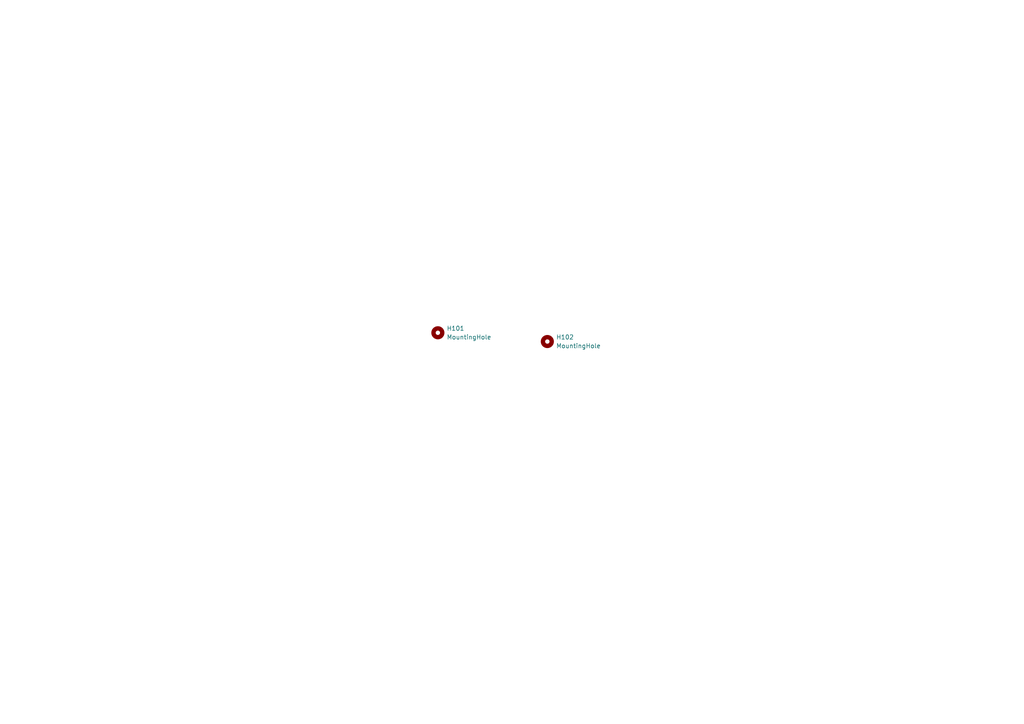
<source format=kicad_sch>
(kicad_sch (version 20211123) (generator eeschema)
  (paper "A4")
  (lib_symbols
    (symbol "Mechanical:MountingHole" (pin_names (offset 1.016))
      (property "Reference" "H" (at 0 5.08 0))
      (property "Value" "MountingHole" (at 0 3.175 0))
      (symbol "MountingHole_0_1"
        (circle (center 0 0) (radius 1.27) (stroke (width 1.27)))
      )
    )
  )
  (symbol (lib_id "Mechanical:MountingHole") (at 158.75 99.06 0) (unit 1)
    (property "Reference" "H102" (at 161.29 97.7899 0) (effects (justify left)))
    (property "Value" "MountingHole" (at 161.29 100.3299 0) (effects (justify left)))
    (property "Footprint" "MountingHole:MountingHole_2.7mm_M2.5" (effects hide))
  )
  (symbol (lib_id "Mechanical:MountingHole") (at 127 96.52 0) (unit 1)
    (property "Reference" "H101" (at 129.54 95.2499 0) (effects (justify left)))
    (property "Value" "MountingHole" (at 129.54 97.7899 0) (effects (justify left)))
    (property "Footprint" "MountingHole:MountingHole_2.7mm_M2.5" (effects hide))
  )
)
</source>
